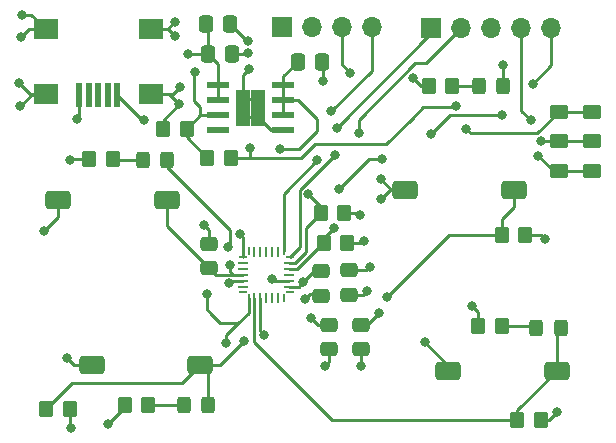
<source format=gbr>
%TF.GenerationSoftware,KiCad,Pcbnew,(6.0.1)*%
%TF.CreationDate,2022-04-20T02:22:31-05:00*%
%TF.ProjectId,pcb_w_STM32F030C8T6,7063625f-775f-4535-944d-333246303330,rev?*%
%TF.SameCoordinates,Original*%
%TF.FileFunction,Copper,L1,Top*%
%TF.FilePolarity,Positive*%
%FSLAX46Y46*%
G04 Gerber Fmt 4.6, Leading zero omitted, Abs format (unit mm)*
G04 Created by KiCad (PCBNEW (6.0.1)) date 2022-04-20 02:22:31*
%MOMM*%
%LPD*%
G01*
G04 APERTURE LIST*
G04 Aperture macros list*
%AMRoundRect*
0 Rectangle with rounded corners*
0 $1 Rounding radius*
0 $2 $3 $4 $5 $6 $7 $8 $9 X,Y pos of 4 corners*
0 Add a 4 corners polygon primitive as box body*
4,1,4,$2,$3,$4,$5,$6,$7,$8,$9,$2,$3,0*
0 Add four circle primitives for the rounded corners*
1,1,$1+$1,$2,$3*
1,1,$1+$1,$4,$5*
1,1,$1+$1,$6,$7*
1,1,$1+$1,$8,$9*
0 Add four rect primitives between the rounded corners*
20,1,$1+$1,$2,$3,$4,$5,0*
20,1,$1+$1,$4,$5,$6,$7,0*
20,1,$1+$1,$6,$7,$8,$9,0*
20,1,$1+$1,$8,$9,$2,$3,0*%
%AMFreePoly0*
4,1,17,0.230680,0.111820,0.364318,-0.021819,0.364320,-0.021820,0.364320,-0.021821,0.377501,-0.053640,0.377500,-0.053642,0.377500,-0.080000,0.364320,-0.111820,0.332500,-0.125000,-0.332500,-0.125000,-0.364320,-0.111820,-0.377500,-0.080000,-0.377500,0.080000,-0.364320,0.111820,-0.332500,0.125000,0.198860,0.125000,0.230680,0.111820,0.230680,0.111820,$1*%
%AMFreePoly1*
4,1,17,0.364320,0.111820,0.377500,0.080000,0.377500,0.053642,0.377501,0.053640,0.369779,0.035000,0.364320,0.021820,0.364318,0.021819,0.230680,-0.111820,0.198860,-0.125000,-0.332500,-0.125000,-0.364320,-0.111820,-0.377500,-0.080000,-0.377500,0.080000,-0.364320,0.111820,-0.332500,0.125000,0.332500,0.125000,0.364320,0.111820,0.364320,0.111820,$1*%
%AMFreePoly2*
4,1,17,0.053642,0.377500,0.080000,0.377500,0.111820,0.364320,0.125000,0.332500,0.125000,-0.332500,0.111820,-0.364320,0.080000,-0.377500,-0.080000,-0.377500,-0.111820,-0.364320,-0.125000,-0.332500,-0.125000,0.198860,-0.111820,0.230680,0.021819,0.364318,0.021820,0.364320,0.031140,0.368181,0.053640,0.377501,0.053642,0.377500,0.053642,0.377500,$1*%
%AMFreePoly3*
4,1,17,-0.021820,0.364320,0.111818,0.230681,0.111820,0.230680,0.111820,0.230679,0.125001,0.198860,0.125000,0.198858,0.125000,-0.332500,0.111820,-0.364320,0.080000,-0.377500,-0.080000,-0.377500,-0.111820,-0.364320,-0.125000,-0.332500,-0.125000,0.332500,-0.111820,0.364320,-0.080000,0.377500,-0.053640,0.377500,-0.021820,0.364320,-0.021820,0.364320,$1*%
%AMFreePoly4*
4,1,17,0.364320,0.111820,0.377500,0.080000,0.377500,-0.080000,0.364320,-0.111820,0.332500,-0.125000,-0.198858,-0.125000,-0.198860,-0.125001,-0.221360,-0.115681,-0.230680,-0.111820,-0.230681,-0.111818,-0.364320,0.021820,-0.377500,0.053640,-0.377500,0.080000,-0.364320,0.111820,-0.332500,0.125000,0.332500,0.125000,0.364320,0.111820,0.364320,0.111820,$1*%
%AMFreePoly5*
4,1,17,-0.198858,0.125000,0.332500,0.125000,0.364320,0.111820,0.377500,0.080000,0.377500,-0.080000,0.364320,-0.111820,0.332500,-0.125000,-0.332500,-0.125000,-0.364320,-0.111820,-0.377500,-0.080000,-0.377500,-0.053640,-0.364320,-0.021820,-0.230681,0.111818,-0.230680,0.111820,-0.221360,0.115681,-0.198860,0.125001,-0.198858,0.125000,-0.198858,0.125000,$1*%
%AMFreePoly6*
4,1,17,0.111820,0.364320,0.125000,0.332500,0.125000,-0.198858,0.125001,-0.198860,0.115681,-0.221360,0.111820,-0.230680,0.111818,-0.230681,-0.021820,-0.364320,-0.053640,-0.377500,-0.080000,-0.377500,-0.111820,-0.364320,-0.125000,-0.332500,-0.125000,0.332500,-0.111820,0.364320,-0.080000,0.377500,0.080000,0.377500,0.111820,0.364320,0.111820,0.364320,$1*%
%AMFreePoly7*
4,1,17,0.111820,0.364320,0.125000,0.332500,0.125000,-0.332500,0.111820,-0.364320,0.080000,-0.377500,0.053642,-0.377500,0.053640,-0.377501,0.031140,-0.368181,0.021820,-0.364320,0.021819,-0.364318,-0.111820,-0.230680,-0.125000,-0.198860,-0.125000,0.332500,-0.111820,0.364320,-0.080000,0.377500,0.080000,0.377500,0.111820,0.364320,0.111820,0.364320,$1*%
G04 Aperture macros list end*
%TA.AperFunction,SMDPad,CuDef*%
%ADD10R,1.910000X0.610000*%
%TD*%
%TA.AperFunction,SMDPad,CuDef*%
%ADD11R,1.205000X1.550000*%
%TD*%
%TA.AperFunction,SMDPad,CuDef*%
%ADD12RoundRect,0.250000X-0.350000X-0.450000X0.350000X-0.450000X0.350000X0.450000X-0.350000X0.450000X0*%
%TD*%
%TA.AperFunction,SMDPad,CuDef*%
%ADD13RoundRect,0.250000X-0.337500X-0.475000X0.337500X-0.475000X0.337500X0.475000X-0.337500X0.475000X0*%
%TD*%
%TA.AperFunction,SMDPad,CuDef*%
%ADD14RoundRect,0.250000X0.475000X-0.337500X0.475000X0.337500X-0.475000X0.337500X-0.475000X-0.337500X0*%
%TD*%
%TA.AperFunction,SMDPad,CuDef*%
%ADD15RoundRect,0.250000X-0.325000X-0.450000X0.325000X-0.450000X0.325000X0.450000X-0.325000X0.450000X0*%
%TD*%
%TA.AperFunction,SMDPad,CuDef*%
%ADD16FreePoly0,0.000000*%
%TD*%
%TA.AperFunction,SMDPad,CuDef*%
%ADD17RoundRect,0.062500X-0.375000X-0.062500X0.375000X-0.062500X0.375000X0.062500X-0.375000X0.062500X0*%
%TD*%
%TA.AperFunction,SMDPad,CuDef*%
%ADD18FreePoly1,0.000000*%
%TD*%
%TA.AperFunction,SMDPad,CuDef*%
%ADD19FreePoly2,0.000000*%
%TD*%
%TA.AperFunction,SMDPad,CuDef*%
%ADD20RoundRect,0.062500X-0.062500X-0.375000X0.062500X-0.375000X0.062500X0.375000X-0.062500X0.375000X0*%
%TD*%
%TA.AperFunction,SMDPad,CuDef*%
%ADD21FreePoly3,0.000000*%
%TD*%
%TA.AperFunction,SMDPad,CuDef*%
%ADD22FreePoly4,0.000000*%
%TD*%
%TA.AperFunction,SMDPad,CuDef*%
%ADD23FreePoly5,0.000000*%
%TD*%
%TA.AperFunction,SMDPad,CuDef*%
%ADD24FreePoly6,0.000000*%
%TD*%
%TA.AperFunction,SMDPad,CuDef*%
%ADD25FreePoly7,0.000000*%
%TD*%
%TA.AperFunction,SMDPad,CuDef*%
%ADD26RoundRect,0.300000X0.500000X-0.300000X0.500000X0.300000X-0.500000X0.300000X-0.500000X-0.300000X0*%
%TD*%
%TA.AperFunction,ComponentPad*%
%ADD27R,1.700000X1.700000*%
%TD*%
%TA.AperFunction,ComponentPad*%
%ADD28O,1.700000X1.700000*%
%TD*%
%TA.AperFunction,SMDPad,CuDef*%
%ADD29RoundRect,0.250000X-0.475000X0.337500X-0.475000X-0.337500X0.475000X-0.337500X0.475000X0.337500X0*%
%TD*%
%TA.AperFunction,SMDPad,CuDef*%
%ADD30RoundRect,0.400000X-0.690000X-0.400000X0.690000X-0.400000X0.690000X0.400000X-0.690000X0.400000X0*%
%TD*%
%TA.AperFunction,SMDPad,CuDef*%
%ADD31R,0.500000X2.000000*%
%TD*%
%TA.AperFunction,SMDPad,CuDef*%
%ADD32R,2.000000X1.700000*%
%TD*%
%TA.AperFunction,ViaPad*%
%ADD33C,0.800000*%
%TD*%
%TA.AperFunction,Conductor*%
%ADD34C,0.250000*%
%TD*%
G04 APERTURE END LIST*
D10*
%TO.P,U2,1,OUT*%
%TO.N,MC_USB_3.3*%
X60345000Y-75990000D03*
X60345000Y-74720000D03*
%TO.P,U2,3,ADJ*%
%TO.N,Net-(C5-Pad2)*%
X60345000Y-77260000D03*
%TO.P,U2,4,NC*%
%TO.N,unconnected-(U2-Pad4)*%
X60345000Y-78530000D03*
D11*
%TO.P,U2,5,GND*%
%TO.N,GND*%
X62522500Y-75850000D03*
X63727500Y-75850000D03*
X62522500Y-77400000D03*
X63727500Y-77400000D03*
D10*
X65905000Y-78530000D03*
%TO.P,U2,6,EN*%
%TO.N,MC_USB_5*%
X65905000Y-77260000D03*
%TO.P,U2,8,IN*%
X65905000Y-75990000D03*
X65905000Y-74720000D03*
%TD*%
D12*
%TO.P,R11,1*%
%TO.N,GND*%
X55700000Y-78400000D03*
%TO.P,R11,2*%
%TO.N,Net-(C5-Pad2)*%
X57700000Y-78400000D03*
%TD*%
%TO.P,R10,1*%
%TO.N,Net-(C5-Pad2)*%
X59425000Y-80850000D03*
%TO.P,R10,2*%
%TO.N,MC_USB_3.3*%
X61425000Y-80850000D03*
%TD*%
D13*
%TO.P,C8,1*%
%TO.N,MC_USB_3.3*%
X59487500Y-72025000D03*
%TO.P,C8,2*%
%TO.N,GND*%
X61562500Y-72025000D03*
%TD*%
%TO.P,C5,1*%
%TO.N,MC_USB_3.3*%
X59312500Y-69525000D03*
%TO.P,C5,2*%
%TO.N,Net-(C5-Pad2)*%
X61387500Y-69525000D03*
%TD*%
%TO.P,C4,1*%
%TO.N,MC_USB_5*%
X67137500Y-72725000D03*
%TO.P,C4,2*%
%TO.N,GND*%
X69212500Y-72725000D03*
%TD*%
D14*
%TO.P,C3,1*%
%TO.N,VDDA*%
X69050000Y-92537500D03*
%TO.P,C3,2*%
%TO.N,GND*%
X69050000Y-90462500D03*
%TD*%
%TO.P,C2,1*%
%TO.N,VDDA*%
X71425000Y-92462500D03*
%TO.P,C2,2*%
%TO.N,GND*%
X71425000Y-90387500D03*
%TD*%
D15*
%TO.P,D4,1,K*%
%TO.N,Net-(D4-Pad1)*%
X57450000Y-101775000D03*
%TO.P,D4,2,A*%
%TO.N,DEC*%
X59500000Y-101775000D03*
%TD*%
D16*
%TO.P,U1,1,BOOT0*%
%TO.N,GND*%
X62452500Y-89250000D03*
D17*
%TO.P,U1,2,PF0*%
%TO.N,unconnected-(U1-Pad2)*%
X62512500Y-89750000D03*
%TO.P,U1,3,PF1*%
%TO.N,unconnected-(U1-Pad3)*%
X62512500Y-90250000D03*
%TO.P,U1,4,NRST*%
%TO.N,NRST*%
X62512500Y-90750000D03*
%TO.P,U1,5,VDDA*%
%TO.N,VDDA*%
X62512500Y-91250000D03*
%TO.P,U1,6,PA0*%
%TO.N,unconnected-(U1-Pad6)*%
X62512500Y-91750000D03*
D18*
%TO.P,U1,7,PA1*%
%TO.N,unconnected-(U1-Pad7)*%
X62452500Y-92250000D03*
D19*
%TO.P,U1,8,PA2*%
%TO.N,CHANGE_STATE*%
X62950000Y-92747500D03*
D20*
%TO.P,U1,9,PA3*%
%TO.N,INC*%
X63450000Y-92687500D03*
%TO.P,U1,10,PA4*%
%TO.N,DEC*%
X63950000Y-92687500D03*
%TO.P,U1,11,PA5*%
%TO.N,unconnected-(U1-Pad11)*%
X64450000Y-92687500D03*
%TO.P,U1,12,PA6*%
%TO.N,unconnected-(U1-Pad12)*%
X64950000Y-92687500D03*
%TO.P,U1,13,PA7*%
%TO.N,unconnected-(U1-Pad13)*%
X65450000Y-92687500D03*
D21*
%TO.P,U1,14,PB0*%
%TO.N,unconnected-(U1-Pad14)*%
X65950000Y-92747500D03*
D22*
%TO.P,U1,15,PB1*%
%TO.N,unconnected-(U1-Pad15)*%
X66447500Y-92250000D03*
D17*
%TO.P,U1,16,VSS*%
%TO.N,GND*%
X66387500Y-91750000D03*
%TO.P,U1,17,VDD*%
%TO.N,VDDA*%
X66387500Y-91250000D03*
%TO.P,U1,18,PA8*%
%TO.N,unconnected-(U1-Pad18)*%
X66387500Y-90750000D03*
%TO.P,U1,19,PA9*%
%TO.N,SCL*%
X66387500Y-90250000D03*
%TO.P,U1,20,PA10*%
%TO.N,SDA*%
X66387500Y-89750000D03*
D23*
%TO.P,U1,21,PA13*%
%TO.N,SWDIO*%
X66447500Y-89250000D03*
D24*
%TO.P,U1,22,PA14*%
%TO.N,SWCLK*%
X65950000Y-88752500D03*
D20*
%TO.P,U1,23,PA15*%
%TO.N,unconnected-(U1-Pad23)*%
X65450000Y-88812500D03*
%TO.P,U1,24,PB3*%
%TO.N,unconnected-(U1-Pad24)*%
X64950000Y-88812500D03*
%TO.P,U1,25,PB4*%
%TO.N,unconnected-(U1-Pad25)*%
X64450000Y-88812500D03*
%TO.P,U1,26,PB5*%
%TO.N,unconnected-(U1-Pad26)*%
X63950000Y-88812500D03*
%TO.P,U1,27,PB6*%
%TO.N,unconnected-(U1-Pad27)*%
X63450000Y-88812500D03*
D25*
%TO.P,U1,28,PB7*%
%TO.N,unconnected-(U1-Pad28)*%
X62950000Y-88752500D03*
%TD*%
D12*
%TO.P,R1,1*%
%TO.N,SDA*%
X69075000Y-85525000D03*
%TO.P,R1,2*%
%TO.N,VDDA*%
X71075000Y-85525000D03*
%TD*%
D26*
%TO.P,SW2,1,A*%
%TO.N,MC_USB_3.3*%
X92000000Y-76950000D03*
X89200000Y-76950000D03*
%TO.P,SW2,2,B*%
%TO.N,VDDA*%
X92000000Y-79450000D03*
X89200000Y-79450000D03*
%TO.P,SW2,3,C*%
%TO.N,Net-(J2-Pad4)*%
X92000000Y-81950000D03*
X89200000Y-81950000D03*
%TD*%
D15*
%TO.P,D2,1,K*%
%TO.N,Net-(D2-Pad1)*%
X54000000Y-81075000D03*
%TO.P,D2,2,A*%
%TO.N,CHANGE_STATE*%
X56050000Y-81075000D03*
%TD*%
D27*
%TO.P,J2,1,Pin_1*%
%TO.N,SWCLK*%
X78435000Y-69850000D03*
D28*
%TO.P,J2,2,Pin_2*%
%TO.N,SWDIO*%
X80975000Y-69850000D03*
%TO.P,J2,3,Pin_3*%
%TO.N,GND*%
X83515000Y-69850000D03*
%TO.P,J2,4,Pin_4*%
%TO.N,Net-(J2-Pad4)*%
X86055000Y-69850000D03*
%TO.P,J2,5,Pin_5*%
%TO.N,NRST*%
X88595000Y-69850000D03*
%TD*%
D12*
%TO.P,R4,1*%
%TO.N,GND*%
X49450000Y-80950000D03*
%TO.P,R4,2*%
%TO.N,Net-(D2-Pad1)*%
X51450000Y-80950000D03*
%TD*%
%TO.P,R5,1*%
%TO.N,GND*%
X82375000Y-95100000D03*
%TO.P,R5,2*%
%TO.N,Net-(D3-Pad1)*%
X84375000Y-95100000D03*
%TD*%
D27*
%TO.P,J1,1,Pin_1*%
%TO.N,GND*%
X65750000Y-69750000D03*
D28*
%TO.P,J1,2,Pin_2*%
%TO.N,VDDA*%
X68290000Y-69750000D03*
%TO.P,J1,3,Pin_3*%
%TO.N,SCL*%
X70830000Y-69750000D03*
%TO.P,J1,4,Pin_4*%
%TO.N,SDA*%
X73370000Y-69750000D03*
%TD*%
D29*
%TO.P,C7,1*%
%TO.N,VDDA*%
X72500000Y-94987500D03*
%TO.P,C7,2*%
%TO.N,GND*%
X72500000Y-97062500D03*
%TD*%
D12*
%TO.P,R3,1*%
%TO.N,GND*%
X78200000Y-74750000D03*
%TO.P,R3,2*%
%TO.N,Net-(D1-Pad1)*%
X80200000Y-74750000D03*
%TD*%
D29*
%TO.P,C6,1*%
%TO.N,VDDA*%
X69725000Y-94987500D03*
%TO.P,C6,2*%
%TO.N,GND*%
X69725000Y-97062500D03*
%TD*%
D12*
%TO.P,R8,1*%
%TO.N,INC*%
X85675000Y-103025000D03*
%TO.P,R8,2*%
%TO.N,GND*%
X87675000Y-103025000D03*
%TD*%
%TO.P,R9,1*%
%TO.N,DEC*%
X45825000Y-102125000D03*
%TO.P,R9,2*%
%TO.N,GND*%
X47825000Y-102125000D03*
%TD*%
D14*
%TO.P,C1,1*%
%TO.N,NRST*%
X59625000Y-90212500D03*
%TO.P,C1,2*%
%TO.N,GND*%
X59625000Y-88137500D03*
%TD*%
D30*
%TO.P,SW5,1,1*%
%TO.N,VDDA*%
X49660000Y-98425000D03*
%TO.P,SW5,2,2*%
%TO.N,DEC*%
X58840000Y-98425000D03*
%TD*%
D31*
%TO.P,J3,1,VBUS*%
%TO.N,MC_USB_5*%
X51825000Y-75525000D03*
%TO.P,J3,2,D-*%
%TO.N,unconnected-(J3-Pad2)*%
X51025000Y-75525000D03*
%TO.P,J3,3,D+*%
%TO.N,unconnected-(J3-Pad3)*%
X50225000Y-75525000D03*
%TO.P,J3,4,ID*%
%TO.N,unconnected-(J3-Pad4)*%
X49425000Y-75525000D03*
%TO.P,J3,5,GND*%
%TO.N,GND*%
X48625000Y-75525000D03*
D32*
%TO.P,J3,6,Shield*%
X54675000Y-75425000D03*
X45775000Y-75425000D03*
X54675000Y-69975000D03*
X45775000Y-69975000D03*
%TD*%
D15*
%TO.P,D1,1,K*%
%TO.N,Net-(D1-Pad1)*%
X82475000Y-74750000D03*
%TO.P,D1,2,A*%
%TO.N,VDDA*%
X84525000Y-74750000D03*
%TD*%
D12*
%TO.P,R2,1*%
%TO.N,SCL*%
X69325000Y-88075000D03*
%TO.P,R2,2*%
%TO.N,VDDA*%
X71325000Y-88075000D03*
%TD*%
D30*
%TO.P,SW4,1,1*%
%TO.N,VDDA*%
X79860000Y-98875000D03*
%TO.P,SW4,2,2*%
%TO.N,INC*%
X89040000Y-98875000D03*
%TD*%
%TO.P,SW3,1,1*%
%TO.N,VDDA*%
X76210000Y-83550000D03*
%TO.P,SW3,2,2*%
%TO.N,CHANGE_STATE*%
X85390000Y-83550000D03*
%TD*%
D12*
%TO.P,R7,1*%
%TO.N,CHANGE_STATE*%
X84400000Y-87425000D03*
%TO.P,R7,2*%
%TO.N,GND*%
X86400000Y-87425000D03*
%TD*%
D15*
%TO.P,D3,1,K*%
%TO.N,Net-(D3-Pad1)*%
X87325000Y-95225000D03*
%TO.P,D3,2,A*%
%TO.N,INC*%
X89375000Y-95225000D03*
%TD*%
D12*
%TO.P,R6,1*%
%TO.N,GND*%
X52450000Y-101800000D03*
%TO.P,R6,2*%
%TO.N,Net-(D4-Pad1)*%
X54450000Y-101800000D03*
%TD*%
D30*
%TO.P,SW1,1,1*%
%TO.N,GND*%
X46860000Y-84425000D03*
%TO.P,SW1,2,2*%
%TO.N,NRST*%
X56040000Y-84425000D03*
%TD*%
D33*
%TO.N,GND*%
X69250000Y-74325000D03*
%TO.N,Net-(C5-Pad2)*%
X62875000Y-70975000D03*
X58450000Y-73600000D03*
%TO.N,MC_USB_3.3*%
X63050000Y-80050000D03*
X57825000Y-72050000D03*
%TO.N,MC_USB_5*%
X65625000Y-80125000D03*
X54125000Y-77650000D03*
%TO.N,MC_USB_3.3*%
X81350000Y-78375000D03*
X80550000Y-76475500D03*
%TO.N,GND*%
X63025000Y-73350000D03*
X62900000Y-72000000D03*
X69400000Y-98450000D03*
X67600000Y-91350000D03*
X43750000Y-68775000D03*
X57100000Y-76325000D03*
X43600000Y-76500000D03*
X88025000Y-87725000D03*
X51050000Y-103350000D03*
X59175000Y-86550000D03*
X47925000Y-103700000D03*
X43550000Y-74525000D03*
X76850000Y-74075000D03*
X43725000Y-70600000D03*
X81875000Y-93425000D03*
X72500000Y-98475000D03*
X48450000Y-77575000D03*
X73200000Y-90100000D03*
X89050000Y-102350000D03*
X57165468Y-74847117D03*
X47875000Y-81000000D03*
X56725000Y-70575000D03*
X56700000Y-69325000D03*
X62250000Y-87325000D03*
X45625000Y-87075000D03*
%TO.N,VDDA*%
X47550000Y-97825000D03*
X77850000Y-96450000D03*
X64975000Y-91100000D03*
X74125000Y-82675000D03*
X87700000Y-79450000D03*
X72400000Y-85650000D03*
X74175000Y-84300000D03*
X72700000Y-87925000D03*
X84475000Y-72950000D03*
X61300000Y-91475000D03*
X67700000Y-92825000D03*
X68200000Y-94375000D03*
X72975000Y-92125000D03*
X74025000Y-93975000D03*
%TO.N,NRST*%
X61350000Y-89900000D03*
X70625000Y-83475000D03*
X74275000Y-80950000D03*
X87050000Y-74575000D03*
X84375000Y-77200000D03*
X78400000Y-78800000D03*
%TO.N,CHANGE_STATE*%
X61225000Y-88425000D03*
X61050000Y-96525000D03*
X74700000Y-92650000D03*
X59400000Y-92350000D03*
%TO.N,DEC*%
X64300000Y-95825000D03*
X62525000Y-96400000D03*
%TO.N,SCL*%
X70150000Y-86825000D03*
X71575000Y-73675000D03*
%TO.N,SDA*%
X69975000Y-76900000D03*
X68024500Y-83950000D03*
%TO.N,SWCLK*%
X68750000Y-81075000D03*
X70425000Y-78325000D03*
%TO.N,SWDIO*%
X70252729Y-80596870D03*
X72275000Y-78750000D03*
%TO.N,Net-(J2-Pad4)*%
X87500000Y-80675000D03*
X86825000Y-77650000D03*
%TD*%
D34*
%TO.N,MC_USB_3.3*%
X87375000Y-78775000D02*
X89200000Y-76950000D01*
%TO.N,GND*%
X69250000Y-74325000D02*
X69250000Y-72762500D01*
X69250000Y-72762500D02*
X69212500Y-72725000D01*
%TO.N,Net-(C5-Pad2)*%
X62837500Y-70975000D02*
X61387500Y-69525000D01*
X62875000Y-70975000D02*
X62837500Y-70975000D01*
X58350000Y-73700000D02*
X58450000Y-73600000D01*
X58840000Y-76565000D02*
X58350000Y-76075000D01*
X58840000Y-77260000D02*
X58840000Y-76565000D01*
X58350000Y-76075000D02*
X58350000Y-73700000D01*
%TO.N,MC_USB_3.3*%
X59462500Y-72050000D02*
X59487500Y-72025000D01*
X57825000Y-72050000D02*
X59462500Y-72050000D01*
X63100000Y-80850000D02*
X63100000Y-80100000D01*
X63100000Y-80850000D02*
X67425000Y-80850000D01*
X63100000Y-80100000D02*
X63050000Y-80050000D01*
X61425000Y-80850000D02*
X63100000Y-80850000D01*
%TO.N,MC_USB_5*%
X67225000Y-80100000D02*
X67200000Y-80125000D01*
X68750000Y-78575000D02*
X67225000Y-80100000D01*
X68750000Y-77575000D02*
X68750000Y-78575000D01*
X67200000Y-80125000D02*
X65625000Y-80125000D01*
X67165000Y-75990000D02*
X68750000Y-77575000D01*
X53950000Y-77650000D02*
X51825000Y-75525000D01*
X54125000Y-77650000D02*
X53950000Y-77650000D01*
X65905000Y-75990000D02*
X67165000Y-75990000D01*
%TO.N,GND*%
X64857500Y-78530000D02*
X65905000Y-78530000D01*
X63727500Y-77400000D02*
X64857500Y-78530000D01*
%TO.N,MC_USB_5*%
X65905000Y-75990000D02*
X65905000Y-77260000D01*
%TO.N,Net-(C5-Pad2)*%
X58840000Y-77260000D02*
X60345000Y-77260000D01*
X57700000Y-78400000D02*
X58840000Y-77260000D01*
%TO.N,MC_USB_3.3*%
X81750000Y-78775000D02*
X87375000Y-78775000D01*
X81350000Y-78375000D02*
X81750000Y-78775000D01*
X80450500Y-76575000D02*
X80550000Y-76475500D01*
X77725000Y-76575000D02*
X80450500Y-76575000D01*
X76750000Y-77550000D02*
X77725000Y-76575000D01*
X72925000Y-79700000D02*
X74600000Y-79700000D01*
X68575000Y-79700000D02*
X72925000Y-79700000D01*
X74600000Y-79700000D02*
X76750000Y-77550000D01*
X68525000Y-79750000D02*
X68575000Y-79700000D01*
X67425000Y-80850000D02*
X68525000Y-79750000D01*
%TO.N,GND*%
X55700000Y-78400000D02*
X55700000Y-77725000D01*
X55700000Y-77725000D02*
X57100000Y-76325000D01*
%TO.N,Net-(C5-Pad2)*%
X57700000Y-79125000D02*
X57700000Y-78400000D01*
X59425000Y-80850000D02*
X57700000Y-79125000D01*
%TO.N,GND*%
X62875000Y-72025000D02*
X62900000Y-72000000D01*
X61562500Y-72025000D02*
X62875000Y-72025000D01*
X63727500Y-77400000D02*
X62522500Y-77400000D01*
X63727500Y-75850000D02*
X63727500Y-77400000D01*
X62522500Y-75850000D02*
X63727500Y-75850000D01*
X62522500Y-73852500D02*
X62522500Y-75850000D01*
X63025000Y-73350000D02*
X62522500Y-73852500D01*
%TO.N,MC_USB_3.3*%
X59487500Y-69700000D02*
X59312500Y-69525000D01*
X59487500Y-72025000D02*
X59487500Y-69700000D01*
X60345000Y-72882500D02*
X59487500Y-72025000D01*
X60345000Y-74720000D02*
X60345000Y-72882500D01*
X60345000Y-74720000D02*
X60345000Y-75990000D01*
%TO.N,MC_USB_5*%
X65905000Y-75990000D02*
X65905000Y-74720000D01*
X65905000Y-73957500D02*
X67137500Y-72725000D01*
X65905000Y-74720000D02*
X65905000Y-73957500D01*
%TO.N,Net-(J2-Pad4)*%
X89200000Y-81950000D02*
X92000000Y-81950000D01*
%TO.N,VDDA*%
X89200000Y-79450000D02*
X92000000Y-79450000D01*
%TO.N,MC_USB_3.3*%
X89200000Y-76950000D02*
X92000000Y-76950000D01*
%TO.N,GND*%
X67600000Y-91350000D02*
X67200000Y-91750000D01*
X67200000Y-91750000D02*
X66387500Y-91750000D01*
X68487500Y-90462500D02*
X67600000Y-91350000D01*
X69050000Y-90462500D02*
X68487500Y-90462500D01*
X88375000Y-103025000D02*
X89050000Y-102350000D01*
X45775000Y-75425000D02*
X44675000Y-75425000D01*
X44675000Y-75425000D02*
X43600000Y-76500000D01*
X56050000Y-69975000D02*
X56700000Y-69325000D01*
X71425000Y-90387500D02*
X72912500Y-90387500D01*
X45775000Y-75425000D02*
X44450000Y-75425000D01*
X62452500Y-89250000D02*
X62452500Y-87527500D01*
X52450000Y-101950000D02*
X51050000Y-103350000D01*
X69725000Y-97062500D02*
X69725000Y-98125000D01*
X87675000Y-103025000D02*
X88375000Y-103025000D01*
X48625000Y-75525000D02*
X48625000Y-77400000D01*
X46860000Y-85840000D02*
X45625000Y-87075000D01*
X47825000Y-102125000D02*
X47825000Y-103600000D01*
X72912500Y-90387500D02*
X73200000Y-90100000D01*
X59625000Y-88137500D02*
X59625000Y-87000000D01*
X72500000Y-97062500D02*
X72500000Y-98475000D01*
X47825000Y-103600000D02*
X47925000Y-103700000D01*
X69050000Y-90637500D02*
X68662500Y-90637500D01*
X56125000Y-69975000D02*
X56725000Y-70575000D01*
X45775000Y-69975000D02*
X44350000Y-69975000D01*
X46860000Y-84425000D02*
X46860000Y-85840000D01*
X82375000Y-95100000D02*
X82375000Y-93925000D01*
X44575000Y-68775000D02*
X43750000Y-68775000D01*
X52450000Y-101800000D02*
X52450000Y-101950000D01*
X78200000Y-74750000D02*
X77525000Y-74750000D01*
X44350000Y-69975000D02*
X43725000Y-70600000D01*
X56200000Y-75425000D02*
X57100000Y-76325000D01*
X49450000Y-80950000D02*
X47925000Y-80950000D01*
X54675000Y-69975000D02*
X56125000Y-69975000D01*
X54675000Y-75425000D02*
X56200000Y-75425000D01*
X59625000Y-87000000D02*
X59175000Y-86550000D01*
X47925000Y-80950000D02*
X47875000Y-81000000D01*
X54675000Y-75425000D02*
X56587585Y-75425000D01*
X62452500Y-87527500D02*
X62250000Y-87325000D01*
X87725000Y-87425000D02*
X88025000Y-87725000D01*
X45775000Y-69975000D02*
X44575000Y-68775000D01*
X44450000Y-75425000D02*
X43550000Y-74525000D01*
X54675000Y-69975000D02*
X56050000Y-69975000D01*
X69725000Y-98125000D02*
X69400000Y-98450000D01*
X77525000Y-74750000D02*
X76850000Y-74075000D01*
X48625000Y-77400000D02*
X48450000Y-77575000D01*
X56587585Y-75425000D02*
X57165468Y-74847117D01*
X86400000Y-87425000D02*
X87725000Y-87425000D01*
X82375000Y-93925000D02*
X81875000Y-93425000D01*
%TO.N,VDDA*%
X71325000Y-88075000D02*
X72550000Y-88075000D01*
X66387500Y-91250000D02*
X65125000Y-91250000D01*
X84525000Y-74750000D02*
X84525000Y-73000000D01*
X61525000Y-91250000D02*
X61300000Y-91475000D01*
X72275000Y-85525000D02*
X72400000Y-85650000D01*
X89200000Y-79450000D02*
X87700000Y-79450000D01*
X49660000Y-98425000D02*
X48150000Y-98425000D01*
X72637500Y-92462500D02*
X72975000Y-92125000D01*
X69725000Y-94987500D02*
X68812500Y-94987500D01*
X73012500Y-94987500D02*
X74025000Y-93975000D01*
X72500000Y-94987500D02*
X73012500Y-94987500D01*
X71075000Y-85525000D02*
X72275000Y-85525000D01*
X48150000Y-98425000D02*
X47550000Y-97825000D01*
X62512500Y-91250000D02*
X61525000Y-91250000D01*
X76210000Y-83550000D02*
X74925000Y-83550000D01*
X75000000Y-83550000D02*
X74125000Y-82675000D01*
X65125000Y-91250000D02*
X64975000Y-91100000D01*
X76210000Y-83550000D02*
X75000000Y-83550000D01*
X71425000Y-92462500D02*
X72637500Y-92462500D01*
X84525000Y-73000000D02*
X84475000Y-72950000D01*
X69050000Y-92362500D02*
X68162500Y-92362500D01*
X79860000Y-98460000D02*
X77850000Y-96450000D01*
X68812500Y-94987500D02*
X68200000Y-94375000D01*
X68162500Y-92362500D02*
X67700000Y-92825000D01*
X72550000Y-88075000D02*
X72700000Y-87925000D01*
X74925000Y-83550000D02*
X74175000Y-84300000D01*
X79860000Y-98875000D02*
X79860000Y-98460000D01*
%TO.N,NRST*%
X61350000Y-90500000D02*
X61600000Y-90750000D01*
X88595000Y-69850000D02*
X88595000Y-73030000D01*
X80000000Y-77200000D02*
X78400000Y-78800000D01*
X74275000Y-80950000D02*
X73150000Y-80950000D01*
X59625000Y-90212500D02*
X60162500Y-90750000D01*
X88595000Y-73030000D02*
X87050000Y-74575000D01*
X56040000Y-86627500D02*
X59625000Y-90212500D01*
X73150000Y-80950000D02*
X70625000Y-83475000D01*
X61600000Y-90750000D02*
X62512500Y-90750000D01*
X60162500Y-90750000D02*
X61600000Y-90750000D01*
X61350000Y-89900000D02*
X61350000Y-90500000D01*
X84375000Y-77200000D02*
X80000000Y-77200000D01*
X56040000Y-84425000D02*
X56040000Y-86627500D01*
%TO.N,Net-(D1-Pad1)*%
X82475000Y-74750000D02*
X80200000Y-74750000D01*
%TO.N,Net-(D2-Pad1)*%
X51575000Y-81075000D02*
X51450000Y-80950000D01*
X54000000Y-81075000D02*
X51575000Y-81075000D01*
%TO.N,CHANGE_STATE*%
X84400000Y-87425000D02*
X84400000Y-86025000D01*
X84400000Y-87425000D02*
X79925000Y-87425000D01*
X62950000Y-93950000D02*
X62075000Y-94825000D01*
X56050000Y-81075000D02*
X56050000Y-81650000D01*
X85390000Y-85035000D02*
X85390000Y-83550000D01*
X79925000Y-87425000D02*
X74700000Y-92650000D01*
X62075000Y-94825000D02*
X60550000Y-94825000D01*
X62950000Y-92747500D02*
X62950000Y-93950000D01*
X61350000Y-88300000D02*
X61350000Y-86950000D01*
X61050000Y-95850000D02*
X62075000Y-94825000D01*
X59800000Y-94075000D02*
X59400000Y-93675000D01*
X59400000Y-93675000D02*
X59400000Y-92350000D01*
X84400000Y-86025000D02*
X85390000Y-85035000D01*
X61225000Y-88425000D02*
X61350000Y-88300000D01*
X61050000Y-96525000D02*
X61050000Y-95850000D01*
X60550000Y-94825000D02*
X59800000Y-94075000D01*
X56050000Y-81650000D02*
X61350000Y-86950000D01*
%TO.N,Net-(D3-Pad1)*%
X84375000Y-95100000D02*
X87200000Y-95100000D01*
X87200000Y-95100000D02*
X87325000Y-95225000D01*
%TO.N,INC*%
X63450000Y-96475000D02*
X70000000Y-103025000D01*
X70000000Y-103025000D02*
X85675000Y-103025000D01*
X89040000Y-95560000D02*
X89375000Y-95225000D01*
X63450000Y-92687500D02*
X63450000Y-96475000D01*
X89040000Y-98875000D02*
X89040000Y-95560000D01*
X85675000Y-102240000D02*
X89040000Y-98875000D01*
X85675000Y-103025000D02*
X85675000Y-102240000D01*
%TO.N,Net-(D4-Pad1)*%
X57425000Y-101800000D02*
X54450000Y-101800000D01*
X57450000Y-101775000D02*
X57425000Y-101800000D01*
%TO.N,DEC*%
X64300000Y-95825000D02*
X63950000Y-95475000D01*
X57340000Y-99925000D02*
X58840000Y-98425000D01*
X58840000Y-98425000D02*
X60500000Y-98425000D01*
X45825000Y-102125000D02*
X48025000Y-99925000D01*
X48025000Y-99925000D02*
X57340000Y-99925000D01*
X59500000Y-99085000D02*
X58840000Y-98425000D01*
X63950000Y-95475000D02*
X63950000Y-92687500D01*
X60500000Y-98425000D02*
X62525000Y-96400000D01*
X59500000Y-101775000D02*
X59500000Y-99085000D01*
%TO.N,SCL*%
X70830000Y-72930000D02*
X70830000Y-69750000D01*
X67075386Y-90250000D02*
X69250386Y-88075000D01*
X71575000Y-73675000D02*
X70830000Y-72930000D01*
X69250386Y-88075000D02*
X69325000Y-88075000D01*
X66387500Y-90250000D02*
X67075386Y-90250000D01*
X69325000Y-87650000D02*
X70150000Y-86825000D01*
X69325000Y-88075000D02*
X69325000Y-87650000D01*
%TO.N,SDA*%
X66882580Y-89750000D02*
X66387500Y-89750000D01*
X69075000Y-85525000D02*
X67850000Y-86750000D01*
X73370000Y-73505000D02*
X73370000Y-69750000D01*
X69075000Y-85525000D02*
X69075000Y-85000500D01*
X67850000Y-86750000D02*
X67850000Y-88782580D01*
X67850000Y-88782580D02*
X66882580Y-89750000D01*
X69075000Y-85000500D02*
X68024500Y-83950000D01*
X69975000Y-76900000D02*
X73370000Y-73505000D01*
%TO.N,SWCLK*%
X78435000Y-69850000D02*
X78435000Y-70315000D01*
X68750000Y-81075000D02*
X65950000Y-83875000D01*
X78435000Y-70315000D02*
X70425000Y-78325000D01*
X65950000Y-83875000D02*
X65950000Y-88752500D01*
%TO.N,SWDIO*%
X77075386Y-72825000D02*
X72275000Y-77625386D01*
X77225000Y-72825000D02*
X77075386Y-72825000D01*
X80975000Y-69850000D02*
X78000000Y-72825000D01*
X70252729Y-80596870D02*
X67300000Y-83549599D01*
X72275000Y-77625386D02*
X72275000Y-78750000D01*
X67300000Y-88397500D02*
X66447500Y-89250000D01*
X67300000Y-83549599D02*
X67300000Y-88397500D01*
X78000000Y-72825000D02*
X77225000Y-72825000D01*
%TO.N,Net-(J2-Pad4)*%
X89200000Y-81950000D02*
X88525000Y-81950000D01*
X88775000Y-81950000D02*
X87500000Y-80675000D01*
X86825000Y-77650000D02*
X86055000Y-76880000D01*
X89200000Y-81950000D02*
X88775000Y-81950000D01*
X86055000Y-76880000D02*
X86055000Y-69850000D01*
%TD*%
M02*

</source>
